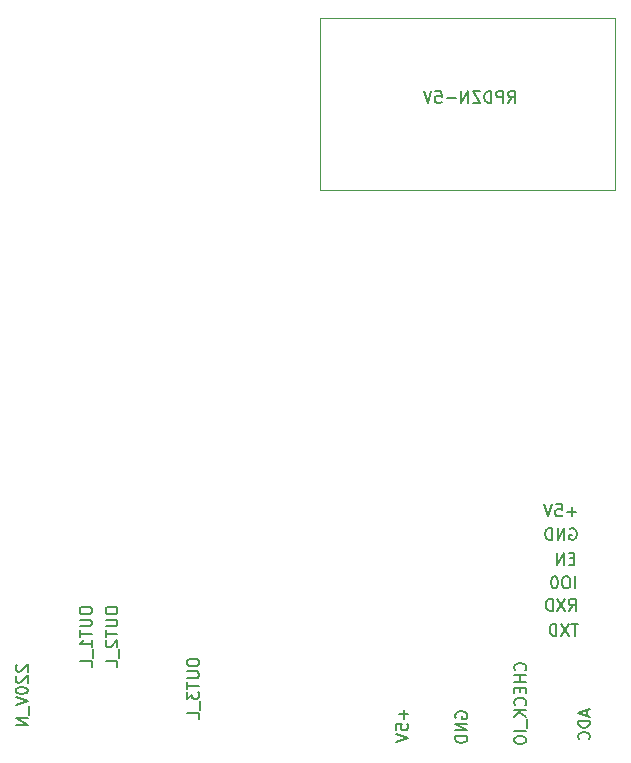
<source format=gbr>
%TF.GenerationSoftware,KiCad,Pcbnew,(5.1.8)-1*%
%TF.CreationDate,2022-05-08T18:20:05+08:00*%
%TF.ProjectId,smartkey,736d6172-746b-4657-992e-6b696361645f,rev?*%
%TF.SameCoordinates,Original*%
%TF.FileFunction,Legend,Bot*%
%TF.FilePolarity,Positive*%
%FSLAX46Y46*%
G04 Gerber Fmt 4.6, Leading zero omitted, Abs format (unit mm)*
G04 Created by KiCad (PCBNEW (5.1.8)-1) date 2022-05-08 18:20:05*
%MOMM*%
%LPD*%
G01*
G04 APERTURE LIST*
%ADD10C,0.150000*%
%ADD11C,0.120000*%
G04 APERTURE END LIST*
D10*
X104347619Y-122728571D02*
X104300000Y-122776190D01*
X104252380Y-122871428D01*
X104252380Y-123109523D01*
X104300000Y-123204761D01*
X104347619Y-123252380D01*
X104442857Y-123300000D01*
X104538095Y-123300000D01*
X104680952Y-123252380D01*
X105252380Y-122680952D01*
X105252380Y-123300000D01*
X104347619Y-123680952D02*
X104300000Y-123728571D01*
X104252380Y-123823809D01*
X104252380Y-124061904D01*
X104300000Y-124157142D01*
X104347619Y-124204761D01*
X104442857Y-124252380D01*
X104538095Y-124252380D01*
X104680952Y-124204761D01*
X105252380Y-123633333D01*
X105252380Y-124252380D01*
X104252380Y-124871428D02*
X104252380Y-124966666D01*
X104300000Y-125061904D01*
X104347619Y-125109523D01*
X104442857Y-125157142D01*
X104633333Y-125204761D01*
X104871428Y-125204761D01*
X105061904Y-125157142D01*
X105157142Y-125109523D01*
X105204761Y-125061904D01*
X105252380Y-124966666D01*
X105252380Y-124871428D01*
X105204761Y-124776190D01*
X105157142Y-124728571D01*
X105061904Y-124680952D01*
X104871428Y-124633333D01*
X104633333Y-124633333D01*
X104442857Y-124680952D01*
X104347619Y-124728571D01*
X104300000Y-124776190D01*
X104252380Y-124871428D01*
X104252380Y-125490476D02*
X105252380Y-125823809D01*
X104252380Y-126157142D01*
X105347619Y-126252380D02*
X105347619Y-127014285D01*
X105252380Y-127252380D02*
X104252380Y-127252380D01*
X105252380Y-127823809D01*
X104252380Y-127823809D01*
X151861904Y-119252380D02*
X151290476Y-119252380D01*
X151576190Y-120252380D02*
X151576190Y-119252380D01*
X151052380Y-119252380D02*
X150385714Y-120252380D01*
X150385714Y-119252380D02*
X151052380Y-120252380D01*
X150004761Y-120252380D02*
X150004761Y-119252380D01*
X149766666Y-119252380D01*
X149623809Y-119300000D01*
X149528571Y-119395238D01*
X149480952Y-119490476D01*
X149433333Y-119680952D01*
X149433333Y-119823809D01*
X149480952Y-120014285D01*
X149528571Y-120109523D01*
X149623809Y-120204761D01*
X149766666Y-120252380D01*
X150004761Y-120252380D01*
X151066666Y-118152380D02*
X151400000Y-117676190D01*
X151638095Y-118152380D02*
X151638095Y-117152380D01*
X151257142Y-117152380D01*
X151161904Y-117200000D01*
X151114285Y-117247619D01*
X151066666Y-117342857D01*
X151066666Y-117485714D01*
X151114285Y-117580952D01*
X151161904Y-117628571D01*
X151257142Y-117676190D01*
X151638095Y-117676190D01*
X150733333Y-117152380D02*
X150066666Y-118152380D01*
X150066666Y-117152380D02*
X150733333Y-118152380D01*
X149685714Y-118152380D02*
X149685714Y-117152380D01*
X149447619Y-117152380D01*
X149304761Y-117200000D01*
X149209523Y-117295238D01*
X149161904Y-117390476D01*
X149114285Y-117580952D01*
X149114285Y-117723809D01*
X149161904Y-117914285D01*
X149209523Y-118009523D01*
X149304761Y-118104761D01*
X149447619Y-118152380D01*
X149685714Y-118152380D01*
X151600000Y-116252380D02*
X151600000Y-115252380D01*
X150933333Y-115252380D02*
X150742857Y-115252380D01*
X150647619Y-115300000D01*
X150552380Y-115395238D01*
X150504761Y-115585714D01*
X150504761Y-115919047D01*
X150552380Y-116109523D01*
X150647619Y-116204761D01*
X150742857Y-116252380D01*
X150933333Y-116252380D01*
X151028571Y-116204761D01*
X151123809Y-116109523D01*
X151171428Y-115919047D01*
X151171428Y-115585714D01*
X151123809Y-115395238D01*
X151028571Y-115300000D01*
X150933333Y-115252380D01*
X149885714Y-115252380D02*
X149790476Y-115252380D01*
X149695238Y-115300000D01*
X149647619Y-115347619D01*
X149600000Y-115442857D01*
X149552380Y-115633333D01*
X149552380Y-115871428D01*
X149600000Y-116061904D01*
X149647619Y-116157142D01*
X149695238Y-116204761D01*
X149790476Y-116252380D01*
X149885714Y-116252380D01*
X149980952Y-116204761D01*
X150028571Y-116157142D01*
X150076190Y-116061904D01*
X150123809Y-115871428D01*
X150123809Y-115633333D01*
X150076190Y-115442857D01*
X150028571Y-115347619D01*
X149980952Y-115300000D01*
X149885714Y-115252380D01*
X151538095Y-113728571D02*
X151204761Y-113728571D01*
X151061904Y-114252380D02*
X151538095Y-114252380D01*
X151538095Y-113252380D01*
X151061904Y-113252380D01*
X150633333Y-114252380D02*
X150633333Y-113252380D01*
X150061904Y-114252380D01*
X150061904Y-113252380D01*
X151161904Y-111200000D02*
X151257142Y-111152380D01*
X151400000Y-111152380D01*
X151542857Y-111200000D01*
X151638095Y-111295238D01*
X151685714Y-111390476D01*
X151733333Y-111580952D01*
X151733333Y-111723809D01*
X151685714Y-111914285D01*
X151638095Y-112009523D01*
X151542857Y-112104761D01*
X151400000Y-112152380D01*
X151304761Y-112152380D01*
X151161904Y-112104761D01*
X151114285Y-112057142D01*
X151114285Y-111723809D01*
X151304761Y-111723809D01*
X150685714Y-112152380D02*
X150685714Y-111152380D01*
X150114285Y-112152380D01*
X150114285Y-111152380D01*
X149638095Y-112152380D02*
X149638095Y-111152380D01*
X149400000Y-111152380D01*
X149257142Y-111200000D01*
X149161904Y-111295238D01*
X149114285Y-111390476D01*
X149066666Y-111580952D01*
X149066666Y-111723809D01*
X149114285Y-111914285D01*
X149161904Y-112009523D01*
X149257142Y-112104761D01*
X149400000Y-112152380D01*
X149638095Y-112152380D01*
X151685714Y-109771428D02*
X150923809Y-109771428D01*
X151304761Y-110152380D02*
X151304761Y-109390476D01*
X149971428Y-109152380D02*
X150447619Y-109152380D01*
X150495238Y-109628571D01*
X150447619Y-109580952D01*
X150352380Y-109533333D01*
X150114285Y-109533333D01*
X150019047Y-109580952D01*
X149971428Y-109628571D01*
X149923809Y-109723809D01*
X149923809Y-109961904D01*
X149971428Y-110057142D01*
X150019047Y-110104761D01*
X150114285Y-110152380D01*
X150352380Y-110152380D01*
X150447619Y-110104761D01*
X150495238Y-110057142D01*
X149638095Y-109152380D02*
X149304761Y-110152380D01*
X148971428Y-109152380D01*
X152566666Y-126561904D02*
X152566666Y-127038095D01*
X152852380Y-126466666D02*
X151852380Y-126800000D01*
X152852380Y-127133333D01*
X152852380Y-127466666D02*
X151852380Y-127466666D01*
X151852380Y-127704761D01*
X151900000Y-127847619D01*
X151995238Y-127942857D01*
X152090476Y-127990476D01*
X152280952Y-128038095D01*
X152423809Y-128038095D01*
X152614285Y-127990476D01*
X152709523Y-127942857D01*
X152804761Y-127847619D01*
X152852380Y-127704761D01*
X152852380Y-127466666D01*
X152757142Y-129038095D02*
X152804761Y-128990476D01*
X152852380Y-128847619D01*
X152852380Y-128752380D01*
X152804761Y-128609523D01*
X152709523Y-128514285D01*
X152614285Y-128466666D01*
X152423809Y-128419047D01*
X152280952Y-128419047D01*
X152090476Y-128466666D01*
X151995238Y-128514285D01*
X151900000Y-128609523D01*
X151852380Y-128752380D01*
X151852380Y-128847619D01*
X151900000Y-128990476D01*
X151947619Y-129038095D01*
X147357142Y-123190476D02*
X147404761Y-123142857D01*
X147452380Y-123000000D01*
X147452380Y-122904761D01*
X147404761Y-122761904D01*
X147309523Y-122666666D01*
X147214285Y-122619047D01*
X147023809Y-122571428D01*
X146880952Y-122571428D01*
X146690476Y-122619047D01*
X146595238Y-122666666D01*
X146500000Y-122761904D01*
X146452380Y-122904761D01*
X146452380Y-123000000D01*
X146500000Y-123142857D01*
X146547619Y-123190476D01*
X147452380Y-123619047D02*
X146452380Y-123619047D01*
X146928571Y-123619047D02*
X146928571Y-124190476D01*
X147452380Y-124190476D02*
X146452380Y-124190476D01*
X146928571Y-124666666D02*
X146928571Y-125000000D01*
X147452380Y-125142857D02*
X147452380Y-124666666D01*
X146452380Y-124666666D01*
X146452380Y-125142857D01*
X147357142Y-126142857D02*
X147404761Y-126095238D01*
X147452380Y-125952380D01*
X147452380Y-125857142D01*
X147404761Y-125714285D01*
X147309523Y-125619047D01*
X147214285Y-125571428D01*
X147023809Y-125523809D01*
X146880952Y-125523809D01*
X146690476Y-125571428D01*
X146595238Y-125619047D01*
X146500000Y-125714285D01*
X146452380Y-125857142D01*
X146452380Y-125952380D01*
X146500000Y-126095238D01*
X146547619Y-126142857D01*
X147452380Y-126571428D02*
X146452380Y-126571428D01*
X147452380Y-127142857D02*
X146880952Y-126714285D01*
X146452380Y-127142857D02*
X147023809Y-126571428D01*
X147547619Y-127333333D02*
X147547619Y-128095238D01*
X147452380Y-128333333D02*
X146452380Y-128333333D01*
X146452380Y-129000000D02*
X146452380Y-129190476D01*
X146500000Y-129285714D01*
X146595238Y-129380952D01*
X146785714Y-129428571D01*
X147119047Y-129428571D01*
X147309523Y-129380952D01*
X147404761Y-129285714D01*
X147452380Y-129190476D01*
X147452380Y-129000000D01*
X147404761Y-128904761D01*
X147309523Y-128809523D01*
X147119047Y-128761904D01*
X146785714Y-128761904D01*
X146595238Y-128809523D01*
X146500000Y-128904761D01*
X146452380Y-129000000D01*
X141500000Y-127238095D02*
X141452380Y-127142857D01*
X141452380Y-127000000D01*
X141500000Y-126857142D01*
X141595238Y-126761904D01*
X141690476Y-126714285D01*
X141880952Y-126666666D01*
X142023809Y-126666666D01*
X142214285Y-126714285D01*
X142309523Y-126761904D01*
X142404761Y-126857142D01*
X142452380Y-127000000D01*
X142452380Y-127095238D01*
X142404761Y-127238095D01*
X142357142Y-127285714D01*
X142023809Y-127285714D01*
X142023809Y-127095238D01*
X142452380Y-127714285D02*
X141452380Y-127714285D01*
X142452380Y-128285714D01*
X141452380Y-128285714D01*
X142452380Y-128761904D02*
X141452380Y-128761904D01*
X141452380Y-129000000D01*
X141500000Y-129142857D01*
X141595238Y-129238095D01*
X141690476Y-129285714D01*
X141880952Y-129333333D01*
X142023809Y-129333333D01*
X142214285Y-129285714D01*
X142309523Y-129238095D01*
X142404761Y-129142857D01*
X142452380Y-129000000D01*
X142452380Y-128761904D01*
X137071428Y-126514285D02*
X137071428Y-127276190D01*
X137452380Y-126895238D02*
X136690476Y-126895238D01*
X136452380Y-128228571D02*
X136452380Y-127752380D01*
X136928571Y-127704761D01*
X136880952Y-127752380D01*
X136833333Y-127847619D01*
X136833333Y-128085714D01*
X136880952Y-128180952D01*
X136928571Y-128228571D01*
X137023809Y-128276190D01*
X137261904Y-128276190D01*
X137357142Y-128228571D01*
X137404761Y-128180952D01*
X137452380Y-128085714D01*
X137452380Y-127847619D01*
X137404761Y-127752380D01*
X137357142Y-127704761D01*
X136452380Y-128561904D02*
X137452380Y-128895238D01*
X136452380Y-129228571D01*
X118752380Y-122438095D02*
X118752380Y-122628571D01*
X118800000Y-122723809D01*
X118895238Y-122819047D01*
X119085714Y-122866666D01*
X119419047Y-122866666D01*
X119609523Y-122819047D01*
X119704761Y-122723809D01*
X119752380Y-122628571D01*
X119752380Y-122438095D01*
X119704761Y-122342857D01*
X119609523Y-122247619D01*
X119419047Y-122200000D01*
X119085714Y-122200000D01*
X118895238Y-122247619D01*
X118800000Y-122342857D01*
X118752380Y-122438095D01*
X118752380Y-123295238D02*
X119561904Y-123295238D01*
X119657142Y-123342857D01*
X119704761Y-123390476D01*
X119752380Y-123485714D01*
X119752380Y-123676190D01*
X119704761Y-123771428D01*
X119657142Y-123819047D01*
X119561904Y-123866666D01*
X118752380Y-123866666D01*
X118752380Y-124200000D02*
X118752380Y-124771428D01*
X119752380Y-124485714D02*
X118752380Y-124485714D01*
X118752380Y-125009523D02*
X118752380Y-125628571D01*
X119133333Y-125295238D01*
X119133333Y-125438095D01*
X119180952Y-125533333D01*
X119228571Y-125580952D01*
X119323809Y-125628571D01*
X119561904Y-125628571D01*
X119657142Y-125580952D01*
X119704761Y-125533333D01*
X119752380Y-125438095D01*
X119752380Y-125152380D01*
X119704761Y-125057142D01*
X119657142Y-125009523D01*
X119847619Y-125819047D02*
X119847619Y-126580952D01*
X119752380Y-127295238D02*
X119752380Y-126819047D01*
X118752380Y-126819047D01*
X111852380Y-118038095D02*
X111852380Y-118228571D01*
X111900000Y-118323809D01*
X111995238Y-118419047D01*
X112185714Y-118466666D01*
X112519047Y-118466666D01*
X112709523Y-118419047D01*
X112804761Y-118323809D01*
X112852380Y-118228571D01*
X112852380Y-118038095D01*
X112804761Y-117942857D01*
X112709523Y-117847619D01*
X112519047Y-117800000D01*
X112185714Y-117800000D01*
X111995238Y-117847619D01*
X111900000Y-117942857D01*
X111852380Y-118038095D01*
X111852380Y-118895238D02*
X112661904Y-118895238D01*
X112757142Y-118942857D01*
X112804761Y-118990476D01*
X112852380Y-119085714D01*
X112852380Y-119276190D01*
X112804761Y-119371428D01*
X112757142Y-119419047D01*
X112661904Y-119466666D01*
X111852380Y-119466666D01*
X111852380Y-119800000D02*
X111852380Y-120371428D01*
X112852380Y-120085714D02*
X111852380Y-120085714D01*
X111947619Y-120657142D02*
X111900000Y-120704761D01*
X111852380Y-120800000D01*
X111852380Y-121038095D01*
X111900000Y-121133333D01*
X111947619Y-121180952D01*
X112042857Y-121228571D01*
X112138095Y-121228571D01*
X112280952Y-121180952D01*
X112852380Y-120609523D01*
X112852380Y-121228571D01*
X112947619Y-121419047D02*
X112947619Y-122180952D01*
X112852380Y-122895238D02*
X112852380Y-122419047D01*
X111852380Y-122419047D01*
X109652380Y-118038095D02*
X109652380Y-118228571D01*
X109700000Y-118323809D01*
X109795238Y-118419047D01*
X109985714Y-118466666D01*
X110319047Y-118466666D01*
X110509523Y-118419047D01*
X110604761Y-118323809D01*
X110652380Y-118228571D01*
X110652380Y-118038095D01*
X110604761Y-117942857D01*
X110509523Y-117847619D01*
X110319047Y-117800000D01*
X109985714Y-117800000D01*
X109795238Y-117847619D01*
X109700000Y-117942857D01*
X109652380Y-118038095D01*
X109652380Y-118895238D02*
X110461904Y-118895238D01*
X110557142Y-118942857D01*
X110604761Y-118990476D01*
X110652380Y-119085714D01*
X110652380Y-119276190D01*
X110604761Y-119371428D01*
X110557142Y-119419047D01*
X110461904Y-119466666D01*
X109652380Y-119466666D01*
X109652380Y-119800000D02*
X109652380Y-120371428D01*
X110652380Y-120085714D02*
X109652380Y-120085714D01*
X110652380Y-121228571D02*
X110652380Y-120657142D01*
X110652380Y-120942857D02*
X109652380Y-120942857D01*
X109795238Y-120847619D01*
X109890476Y-120752380D01*
X109938095Y-120657142D01*
X110747619Y-121419047D02*
X110747619Y-122180952D01*
X110652380Y-122895238D02*
X110652380Y-122419047D01*
X109652380Y-122419047D01*
D11*
%TO.C,U2*%
X155000000Y-82500000D02*
X130000000Y-82500000D01*
X130000000Y-82500000D02*
X130000000Y-68000000D01*
X130000000Y-68000000D02*
X155000000Y-68000000D01*
X155000000Y-68000000D02*
X155000000Y-82500000D01*
D10*
X145914285Y-75152380D02*
X146247619Y-74676190D01*
X146485714Y-75152380D02*
X146485714Y-74152380D01*
X146104761Y-74152380D01*
X146009523Y-74200000D01*
X145961904Y-74247619D01*
X145914285Y-74342857D01*
X145914285Y-74485714D01*
X145961904Y-74580952D01*
X146009523Y-74628571D01*
X146104761Y-74676190D01*
X146485714Y-74676190D01*
X145485714Y-75152380D02*
X145485714Y-74152380D01*
X145104761Y-74152380D01*
X145009523Y-74200000D01*
X144961904Y-74247619D01*
X144914285Y-74342857D01*
X144914285Y-74485714D01*
X144961904Y-74580952D01*
X145009523Y-74628571D01*
X145104761Y-74676190D01*
X145485714Y-74676190D01*
X144485714Y-75152380D02*
X144485714Y-74152380D01*
X144247619Y-74152380D01*
X144104761Y-74200000D01*
X144009523Y-74295238D01*
X143961904Y-74390476D01*
X143914285Y-74580952D01*
X143914285Y-74723809D01*
X143961904Y-74914285D01*
X144009523Y-75009523D01*
X144104761Y-75104761D01*
X144247619Y-75152380D01*
X144485714Y-75152380D01*
X143580952Y-74152380D02*
X142914285Y-74152380D01*
X143580952Y-75152380D01*
X142914285Y-75152380D01*
X142533333Y-75152380D02*
X142533333Y-74152380D01*
X141961904Y-75152380D01*
X141961904Y-74152380D01*
X141485714Y-74771428D02*
X140723809Y-74771428D01*
X139771428Y-74152380D02*
X140247619Y-74152380D01*
X140295238Y-74628571D01*
X140247619Y-74580952D01*
X140152380Y-74533333D01*
X139914285Y-74533333D01*
X139819047Y-74580952D01*
X139771428Y-74628571D01*
X139723809Y-74723809D01*
X139723809Y-74961904D01*
X139771428Y-75057142D01*
X139819047Y-75104761D01*
X139914285Y-75152380D01*
X140152380Y-75152380D01*
X140247619Y-75104761D01*
X140295238Y-75057142D01*
X139438095Y-74152380D02*
X139104761Y-75152380D01*
X138771428Y-74152380D01*
%TD*%
M02*

</source>
